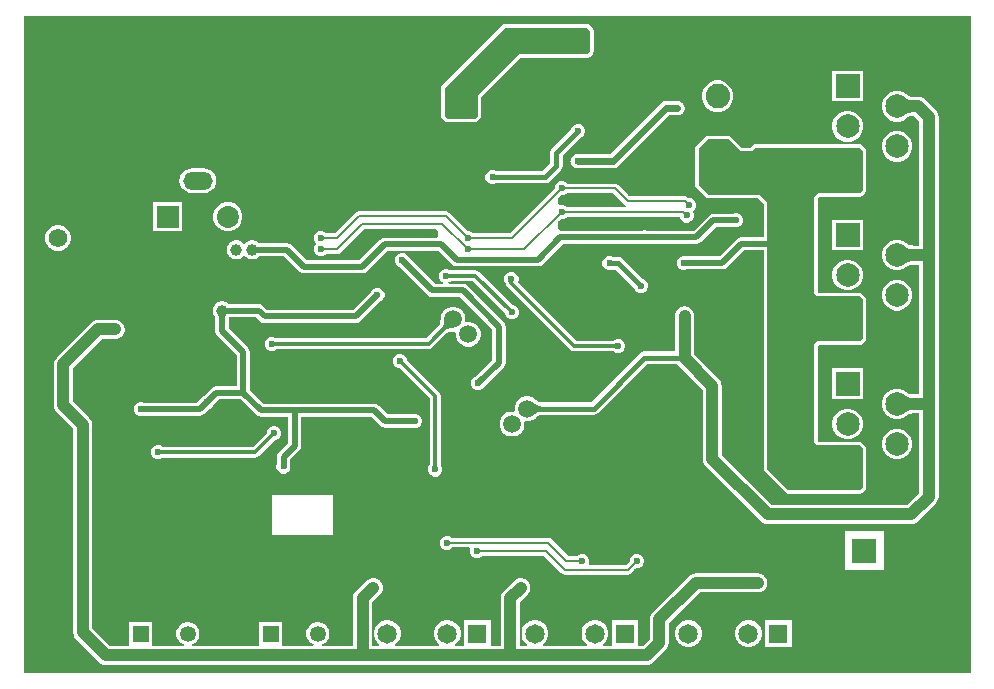
<source format=gbl>
G04*
G04 #@! TF.GenerationSoftware,Altium Limited,Altium Designer,23.11.1 (41)*
G04*
G04 Layer_Physical_Order=2*
G04 Layer_Color=16711680*
%FSAX44Y44*%
%MOMM*%
G71*
G04*
G04 #@! TF.SameCoordinates,9D00B8A6-494E-4DAA-AF83-715044521DEC*
G04*
G04*
G04 #@! TF.FilePolarity,Positive*
G04*
G01*
G75*
%ADD10C,0.3000*%
%ADD13C,0.2000*%
%ADD53C,1.0000*%
%ADD96C,1.7500*%
%ADD103C,0.5000*%
%ADD104C,0.6000*%
%ADD105C,0.4500*%
%ADD112O,2.5000X1.5000*%
%ADD113R,1.8600X1.8600*%
%ADD114C,1.8600*%
%ADD115C,1.9950*%
%ADD116R,1.9950X1.9950*%
%ADD117C,1.5750*%
%ADD118C,1.5000*%
%ADD119R,1.6500X1.6500*%
%ADD120C,1.6500*%
%ADD121C,1.3500*%
%ADD122R,1.3500X1.3500*%
%ADD123C,2.0850*%
%ADD124R,2.0850X2.0850*%
%ADD125C,2.1000*%
%ADD126R,2.1000X2.1000*%
%ADD127C,0.6000*%
%ADD128C,1.0000*%
G36*
X00809000Y00007000D02*
X00007000D01*
Y00563000D01*
X00809000D01*
Y00007000D01*
D02*
G37*
%LPC*%
G36*
X00484000Y00556059D02*
X00484000Y00556059D01*
X00414500D01*
X00414500Y00556059D01*
X00413330Y00555826D01*
X00412337Y00555163D01*
X00412337Y00555163D01*
X00361337Y00504163D01*
X00360674Y00503171D01*
X00360441Y00502000D01*
X00360441Y00502000D01*
Y00478500D01*
X00360674Y00477329D01*
X00361337Y00476337D01*
X00361337Y00476337D01*
X00363837Y00473837D01*
X00364829Y00473174D01*
X00366000Y00472941D01*
X00366000Y00472941D01*
X00389000D01*
X00389000Y00472941D01*
X00390171Y00473174D01*
X00391163Y00473837D01*
X00393663Y00476337D01*
X00394326Y00477329D01*
X00394559Y00478500D01*
X00394559Y00478500D01*
Y00494233D01*
X00427767Y00527441D01*
X00484000Y00527441D01*
X00485171Y00527674D01*
X00486163Y00528337D01*
X00486163Y00528337D01*
X00488663Y00530837D01*
X00489326Y00531829D01*
X00489559Y00533000D01*
X00489559Y00533000D01*
Y00550500D01*
X00489326Y00551671D01*
X00488663Y00552663D01*
X00488663Y00552663D01*
X00486163Y00555163D01*
X00485171Y00555826D01*
X00484000Y00556059D01*
D02*
G37*
G36*
X00717470Y00516475D02*
X00691520D01*
Y00490525D01*
X00717470D01*
Y00516475D01*
D02*
G37*
G36*
X00596267Y00508325D02*
X00592733D01*
X00589318Y00507410D01*
X00586257Y00505643D01*
X00583757Y00503143D01*
X00581990Y00500082D01*
X00581075Y00496667D01*
Y00493133D01*
X00581990Y00489718D01*
X00583757Y00486657D01*
X00586257Y00484157D01*
X00589318Y00482390D01*
X00592733Y00481475D01*
X00596267D01*
X00599682Y00482390D01*
X00602743Y00484157D01*
X00605243Y00486657D01*
X00607010Y00489718D01*
X00607925Y00493133D01*
Y00496667D01*
X00607010Y00500082D01*
X00605243Y00503143D01*
X00602743Y00505643D01*
X00599682Y00507410D01*
X00596267Y00508325D01*
D02*
G37*
G36*
X00604000Y00461559D02*
X00604000Y00461559D01*
X00586000Y00461559D01*
X00586000Y00461559D01*
X00584829Y00461326D01*
X00583837Y00460663D01*
X00576337Y00453163D01*
X00575674Y00452170D01*
X00575441Y00451000D01*
X00575441Y00451000D01*
X00575441Y00420000D01*
X00575441Y00420000D01*
X00575674Y00418829D01*
X00576337Y00417837D01*
X00584837Y00409337D01*
X00585830Y00408674D01*
X00587000Y00408441D01*
X00587000Y00408441D01*
X00628733D01*
X00633441Y00403733D01*
Y00375608D01*
X00614500D01*
X00612354Y00375181D01*
X00610535Y00373965D01*
X00596177Y00359608D01*
X00568140D01*
X00567193Y00360000D01*
X00564807D01*
X00562601Y00359087D01*
X00560914Y00357399D01*
X00560000Y00355193D01*
Y00352807D01*
X00560914Y00350601D01*
X00562601Y00348913D01*
X00564807Y00348000D01*
X00567193D01*
X00568140Y00348392D01*
X00598500D01*
X00600646Y00348819D01*
X00602465Y00350035D01*
X00616823Y00364392D01*
X00633441D01*
Y00179500D01*
X00633441Y00179500D01*
X00633674Y00178329D01*
X00634337Y00177337D01*
X00652337Y00159337D01*
X00653329Y00158674D01*
X00654500Y00158441D01*
X00654500Y00158441D01*
X00715000Y00158441D01*
X00715000Y00158441D01*
X00716171Y00158674D01*
X00717163Y00159337D01*
X00719663Y00161837D01*
X00720326Y00162829D01*
X00720559Y00164000D01*
X00720559Y00164000D01*
Y00197000D01*
X00720559Y00197000D01*
X00720326Y00198171D01*
X00719663Y00199163D01*
X00717163Y00201663D01*
X00716171Y00202326D01*
X00715000Y00202559D01*
X00715000Y00202559D01*
X00680267D01*
X00679559Y00203267D01*
Y00283733D01*
X00680267Y00284441D01*
X00715000D01*
X00715000Y00284441D01*
X00716171Y00284674D01*
X00717163Y00285337D01*
X00719663Y00287837D01*
X00720326Y00288829D01*
X00720559Y00290000D01*
X00720559Y00290000D01*
Y00323000D01*
X00720559Y00323000D01*
X00720326Y00324170D01*
X00719663Y00325163D01*
X00717163Y00327663D01*
X00716171Y00328326D01*
X00715000Y00328559D01*
X00715000Y00328559D01*
X00680267D01*
X00679559Y00329267D01*
Y00408733D01*
X00680767Y00409941D01*
X00715000D01*
X00715000Y00409941D01*
X00716171Y00410174D01*
X00717163Y00410837D01*
X00719663Y00413337D01*
X00720326Y00414329D01*
X00720559Y00415500D01*
X00720559Y00415500D01*
Y00449000D01*
X00720559Y00449000D01*
X00720326Y00450171D01*
X00719663Y00451163D01*
X00717163Y00453663D01*
X00716171Y00454326D01*
X00715000Y00454559D01*
X00715000Y00454559D01*
X00679000D01*
X00649502Y00454558D01*
X00649500Y00454559D01*
X00626500D01*
X00625330Y00454326D01*
X00624337Y00453663D01*
X00622233Y00451559D01*
X00615267D01*
X00606163Y00460663D01*
X00605171Y00461326D01*
X00604000Y00461559D01*
D02*
G37*
G36*
X00706203Y00482475D02*
X00702787D01*
X00699487Y00481591D01*
X00696528Y00479883D01*
X00694112Y00477467D01*
X00692404Y00474508D01*
X00691520Y00471208D01*
Y00467792D01*
X00692404Y00464492D01*
X00694112Y00461533D01*
X00696528Y00459117D01*
X00699487Y00457409D01*
X00702787Y00456525D01*
X00706203D01*
X00709503Y00457409D01*
X00712462Y00459117D01*
X00714878Y00461533D01*
X00716586Y00464492D01*
X00717470Y00467792D01*
Y00471208D01*
X00716586Y00474508D01*
X00714878Y00477467D01*
X00712462Y00479883D01*
X00709503Y00481591D01*
X00706203Y00482475D01*
D02*
G37*
G36*
X00748113Y00465475D02*
X00744697D01*
X00741397Y00464591D01*
X00738438Y00462883D01*
X00736022Y00460467D01*
X00734314Y00457508D01*
X00733430Y00454208D01*
Y00450792D01*
X00734314Y00447492D01*
X00736022Y00444533D01*
X00738438Y00442117D01*
X00741397Y00440409D01*
X00744697Y00439525D01*
X00748113D01*
X00751413Y00440409D01*
X00754372Y00442117D01*
X00756788Y00444533D01*
X00758496Y00447492D01*
X00759380Y00450792D01*
Y00454208D01*
X00758496Y00457508D01*
X00756788Y00460467D01*
X00754372Y00462883D01*
X00751413Y00464591D01*
X00748113Y00465475D01*
D02*
G37*
G36*
X00560500Y00491118D02*
X00551000D01*
X00548659Y00490652D01*
X00546674Y00489326D01*
X00503466Y00446118D01*
X00476000D01*
X00475409Y00446000D01*
X00474807D01*
X00474250Y00445769D01*
X00473659Y00445652D01*
X00473158Y00445317D01*
X00472601Y00445087D01*
X00472175Y00444660D01*
X00471674Y00444326D01*
X00471339Y00443825D01*
X00470913Y00443399D01*
X00470683Y00442842D01*
X00470348Y00442341D01*
X00470231Y00441750D01*
X00470000Y00441194D01*
Y00440591D01*
X00469882Y00440000D01*
X00470000Y00439409D01*
Y00438806D01*
X00470231Y00438250D01*
X00470348Y00437659D01*
X00470683Y00437158D01*
X00470913Y00436601D01*
X00471339Y00436175D01*
X00471674Y00435674D01*
X00472175Y00435340D01*
X00472601Y00434913D01*
X00473158Y00434683D01*
X00473659Y00434348D01*
X00474250Y00434231D01*
X00474807Y00434000D01*
X00475409D01*
X00476000Y00433882D01*
X00506000D01*
X00508341Y00434348D01*
X00510326Y00435674D01*
X00553534Y00478882D01*
X00560500D01*
X00561091Y00479000D01*
X00561693D01*
X00562250Y00479231D01*
X00562841Y00479348D01*
X00563342Y00479683D01*
X00563899Y00479913D01*
X00564325Y00480340D01*
X00564826Y00480674D01*
X00565160Y00481175D01*
X00565587Y00481601D01*
X00565817Y00482158D01*
X00566152Y00482659D01*
X00566269Y00483250D01*
X00566500Y00483806D01*
Y00484409D01*
X00566618Y00485000D01*
X00566500Y00485591D01*
Y00486194D01*
X00566269Y00486750D01*
X00566152Y00487341D01*
X00565817Y00487842D01*
X00565587Y00488399D01*
X00565160Y00488825D01*
X00564826Y00489326D01*
X00564325Y00489660D01*
X00563899Y00490087D01*
X00563342Y00490317D01*
X00562841Y00490652D01*
X00562250Y00490769D01*
X00561693Y00491000D01*
X00561091D01*
X00560500Y00491118D01*
D02*
G37*
G36*
X00477693Y00471500D02*
X00475307D01*
X00473101Y00470587D01*
X00471413Y00468899D01*
X00470766Y00467336D01*
X00454215Y00450785D01*
X00453055Y00449048D01*
X00452647Y00447000D01*
Y00438217D01*
X00446283Y00431853D01*
X00406756D01*
X00405193Y00432500D01*
X00402807D01*
X00400601Y00431587D01*
X00398913Y00429899D01*
X00398000Y00427693D01*
Y00425307D01*
X00398913Y00423101D01*
X00400601Y00421413D01*
X00402807Y00420500D01*
X00405193D01*
X00406756Y00421147D01*
X00448500D01*
X00450548Y00421555D01*
X00452285Y00422715D01*
X00461785Y00432215D01*
X00462945Y00433952D01*
X00463353Y00436000D01*
Y00444783D01*
X00478336Y00459766D01*
X00479899Y00460414D01*
X00481587Y00462101D01*
X00482500Y00464306D01*
Y00466693D01*
X00481587Y00468899D01*
X00479899Y00470587D01*
X00477693Y00471500D01*
D02*
G37*
G36*
X00159500Y00434091D02*
X00149500D01*
X00146759Y00433730D01*
X00144205Y00432672D01*
X00142011Y00430989D01*
X00140328Y00428795D01*
X00139270Y00426241D01*
X00138909Y00423500D01*
X00139270Y00420759D01*
X00140328Y00418205D01*
X00142011Y00416011D01*
X00144205Y00414328D01*
X00146759Y00413270D01*
X00149500Y00412909D01*
X00159500D01*
X00162241Y00413270D01*
X00164795Y00414328D01*
X00166989Y00416011D01*
X00168672Y00418205D01*
X00169730Y00420759D01*
X00170091Y00423500D01*
X00169730Y00426241D01*
X00168672Y00428795D01*
X00166989Y00430989D01*
X00164795Y00432672D01*
X00162241Y00433730D01*
X00159500Y00434091D01*
D02*
G37*
G36*
X00181519Y00405300D02*
X00178281D01*
X00175152Y00404462D01*
X00172348Y00402842D01*
X00170058Y00400552D01*
X00168438Y00397748D01*
X00167600Y00394619D01*
Y00391381D01*
X00168438Y00388252D01*
X00170058Y00385448D01*
X00172348Y00383158D01*
X00175152Y00381538D01*
X00178281Y00380700D01*
X00181519D01*
X00184648Y00381538D01*
X00187452Y00383158D01*
X00189742Y00385448D01*
X00191362Y00388252D01*
X00192200Y00391381D01*
Y00394619D01*
X00191362Y00397748D01*
X00189742Y00400552D01*
X00187452Y00402842D01*
X00184648Y00404462D01*
X00181519Y00405300D01*
D02*
G37*
G36*
X00141400D02*
X00116800D01*
Y00380700D01*
X00141400D01*
Y00405300D01*
D02*
G37*
G36*
X00463694Y00423000D02*
X00461306D01*
X00459101Y00422087D01*
X00457413Y00420399D01*
X00456500Y00418194D01*
Y00416768D01*
X00418811Y00379078D01*
X00387407D01*
X00386399Y00380087D01*
X00384193Y00381000D01*
X00382768D01*
X00367384Y00396384D01*
X00366061Y00397268D01*
X00364500Y00397578D01*
X00364500Y00397578D01*
X00290500D01*
X00290500Y00397578D01*
X00288939Y00397268D01*
X00287616Y00396384D01*
X00287616Y00396384D01*
X00270311Y00379078D01*
X00262907D01*
X00261899Y00380087D01*
X00259694Y00381000D01*
X00257306D01*
X00255101Y00380087D01*
X00253413Y00378399D01*
X00252500Y00376194D01*
Y00373806D01*
X00253413Y00371601D01*
X00254765Y00370250D01*
X00253413Y00368899D01*
X00252500Y00366693D01*
Y00364306D01*
X00253413Y00362101D01*
X00255101Y00360414D01*
X00257306Y00359500D01*
X00259694D01*
X00261899Y00360414D01*
X00262907Y00361422D01*
X00272000D01*
X00272000Y00361422D01*
X00273561Y00361732D01*
X00274884Y00362616D01*
X00295189Y00382922D01*
X00356078D01*
X00358000Y00381000D01*
Y00377000D01*
X00356108Y00375108D01*
X00312500D01*
X00310354Y00374681D01*
X00308535Y00373465D01*
X00291177Y00356108D01*
X00246823D01*
X00233965Y00368965D01*
X00232146Y00370181D01*
X00230000Y00370608D01*
X00206206D01*
X00205412Y00371402D01*
X00203588Y00372455D01*
X00201553Y00373000D01*
X00199447D01*
X00197412Y00372455D01*
X00195588Y00371402D01*
X00194586Y00370400D01*
X00193750Y00370056D01*
X00192914Y00370400D01*
X00191912Y00371402D01*
X00190088Y00372455D01*
X00188053Y00373000D01*
X00185947D01*
X00183912Y00372455D01*
X00182088Y00371402D01*
X00180598Y00369912D01*
X00179545Y00368088D01*
X00179000Y00366053D01*
Y00363947D01*
X00179545Y00361912D01*
X00180598Y00360088D01*
X00182088Y00358598D01*
X00183912Y00357545D01*
X00185947Y00357000D01*
X00188053D01*
X00190088Y00357545D01*
X00191912Y00358598D01*
X00192914Y00359600D01*
X00193750Y00359944D01*
X00194586Y00359600D01*
X00195588Y00358598D01*
X00197412Y00357545D01*
X00199447Y00357000D01*
X00201553D01*
X00203588Y00357545D01*
X00205412Y00358598D01*
X00206206Y00359392D01*
X00227677D01*
X00240535Y00346535D01*
X00242354Y00345319D01*
X00244500Y00344892D01*
X00293500D01*
X00295646Y00345319D01*
X00297465Y00346535D01*
X00314823Y00363892D01*
X00358177D01*
X00369535Y00352535D01*
X00371354Y00351319D01*
X00373500Y00350892D01*
X00442500D01*
X00444646Y00351319D01*
X00446465Y00352535D01*
X00463823Y00369892D01*
X00530859D01*
X00531806Y00369500D01*
X00534193D01*
X00535140Y00369892D01*
X00576500D01*
X00578646Y00370319D01*
X00580465Y00371535D01*
X00593323Y00384392D01*
X00607859D01*
X00608806Y00384000D01*
X00611194D01*
X00613399Y00384913D01*
X00615087Y00386601D01*
X00616000Y00388806D01*
Y00391194D01*
X00615087Y00393399D01*
X00613399Y00395087D01*
X00611194Y00396000D01*
X00608806D01*
X00607859Y00395608D01*
X00591000D01*
X00588854Y00395181D01*
X00587035Y00393965D01*
X00574177Y00381108D01*
X00535140D01*
X00534193Y00381500D01*
X00531806D01*
X00530859Y00381108D01*
X00461500D01*
X00459000Y00383608D01*
Y00387732D01*
X00462268Y00391000D01*
X00463694D01*
X00465899Y00391913D01*
X00466907Y00392922D01*
X00562500D01*
Y00392807D01*
X00563414Y00390601D01*
X00565101Y00388913D01*
X00567307Y00388000D01*
X00569693D01*
X00571899Y00388913D01*
X00573587Y00390601D01*
X00574500Y00392807D01*
Y00395193D01*
X00573627Y00397301D01*
X00573899Y00397413D01*
X00575587Y00399101D01*
X00576500Y00401306D01*
Y00403694D01*
X00575587Y00405899D01*
X00573899Y00407587D01*
X00571693Y00408500D01*
X00570268D01*
X00569884Y00408884D01*
X00568561Y00409768D01*
X00567000Y00410078D01*
X00567000Y00410078D01*
X00520189D01*
X00510384Y00419884D01*
X00509061Y00420768D01*
X00507500Y00421078D01*
X00507500Y00421078D01*
X00466907D01*
X00465899Y00422087D01*
X00463694Y00423000D01*
D02*
G37*
G36*
X00748113Y00499475D02*
X00744697D01*
X00741397Y00498591D01*
X00738438Y00496883D01*
X00736022Y00494467D01*
X00734314Y00491508D01*
X00733430Y00488208D01*
Y00484792D01*
X00734314Y00481492D01*
X00736022Y00478533D01*
X00738438Y00476117D01*
X00741397Y00474409D01*
X00744697Y00473525D01*
X00748113D01*
X00751413Y00474409D01*
X00754372Y00476117D01*
X00755378Y00477124D01*
X00755558Y00477229D01*
X00755835Y00477474D01*
X00756022Y00477602D01*
X00756301Y00477747D01*
X00756680Y00477900D01*
X00757160Y00478046D01*
X00757743Y00478179D01*
X00758386Y00478283D01*
X00760101Y00478424D01*
X00760493Y00478431D01*
X00761158D01*
X00765431Y00474158D01*
Y00368569D01*
X00760861D01*
X00759217Y00368632D01*
X00758473Y00368711D01*
X00757793Y00368821D01*
X00757210Y00368954D01*
X00756730Y00369100D01*
X00756351Y00369253D01*
X00756072Y00369398D01*
X00755885Y00369526D01*
X00755608Y00369771D01*
X00755428Y00369876D01*
X00754422Y00370883D01*
X00751463Y00372591D01*
X00748163Y00373475D01*
X00744747D01*
X00741447Y00372591D01*
X00738488Y00370883D01*
X00736072Y00368467D01*
X00734364Y00365508D01*
X00733480Y00362208D01*
Y00358792D01*
X00734364Y00355492D01*
X00736072Y00352533D01*
X00738488Y00350117D01*
X00741447Y00348409D01*
X00744747Y00347525D01*
X00748163D01*
X00751463Y00348409D01*
X00754422Y00350117D01*
X00755428Y00351124D01*
X00755608Y00351229D01*
X00755885Y00351474D01*
X00756072Y00351601D01*
X00756351Y00351747D01*
X00756730Y00351899D01*
X00757210Y00352046D01*
X00757793Y00352179D01*
X00758436Y00352283D01*
X00760151Y00352424D01*
X00760544Y00352431D01*
X00765431D01*
Y00242569D01*
X00760861D01*
X00759217Y00242632D01*
X00758473Y00242711D01*
X00757793Y00242821D01*
X00757210Y00242953D01*
X00756730Y00243100D01*
X00756351Y00243253D01*
X00756072Y00243398D01*
X00755885Y00243526D01*
X00755608Y00243771D01*
X00755428Y00243876D01*
X00754422Y00244883D01*
X00751463Y00246591D01*
X00748163Y00247475D01*
X00744747D01*
X00741447Y00246591D01*
X00738488Y00244883D01*
X00736072Y00242467D01*
X00734364Y00239508D01*
X00733480Y00236208D01*
Y00232792D01*
X00734364Y00229492D01*
X00736072Y00226533D01*
X00738488Y00224117D01*
X00741447Y00222409D01*
X00744747Y00221525D01*
X00748163D01*
X00751463Y00222409D01*
X00754422Y00224117D01*
X00755428Y00225124D01*
X00755608Y00225229D01*
X00755885Y00225474D01*
X00756072Y00225602D01*
X00756351Y00225747D01*
X00756730Y00225900D01*
X00757210Y00226046D01*
X00757793Y00226179D01*
X00758436Y00226283D01*
X00760151Y00226424D01*
X00760544Y00226431D01*
X00765431D01*
Y00159342D01*
X00755158Y00149069D01*
X00640342D01*
X00598069Y00191342D01*
Y00250000D01*
X00597794Y00252088D01*
X00596988Y00254035D01*
X00595706Y00255706D01*
X00574569Y00276842D01*
Y00309000D01*
X00574500Y00309524D01*
Y00310053D01*
X00574363Y00310564D01*
X00574294Y00311088D01*
X00574092Y00311577D01*
X00573955Y00312088D01*
X00573690Y00312546D01*
X00573488Y00313034D01*
X00573166Y00313454D01*
X00572902Y00313912D01*
X00572528Y00314286D01*
X00572206Y00314706D01*
X00571786Y00315028D01*
X00571412Y00315402D01*
X00570954Y00315666D01*
X00570535Y00315988D01*
X00570046Y00316190D01*
X00569588Y00316455D01*
X00569077Y00316592D01*
X00568588Y00316794D01*
X00568064Y00316863D01*
X00567553Y00317000D01*
X00567024D01*
X00566500Y00317069D01*
X00565976Y00317000D01*
X00565447D01*
X00564936Y00316863D01*
X00564412Y00316794D01*
X00563923Y00316592D01*
X00563412Y00316455D01*
X00562954Y00316190D01*
X00562466Y00315988D01*
X00562046Y00315666D01*
X00561588Y00315402D01*
X00561214Y00315028D01*
X00560794Y00314706D01*
X00560472Y00314286D01*
X00560098Y00313912D01*
X00559834Y00313454D01*
X00559512Y00313034D01*
X00559310Y00312546D01*
X00559045Y00312088D01*
X00558908Y00311577D01*
X00558706Y00311088D01*
X00558637Y00310564D01*
X00558500Y00310053D01*
Y00309524D01*
X00558431Y00309000D01*
Y00278853D01*
X00532500D01*
X00530452Y00278445D01*
X00528715Y00277285D01*
X00487283Y00235853D01*
X00444292D01*
X00444080Y00235882D01*
X00443698Y00235970D01*
X00443312Y00236096D01*
X00442916Y00236264D01*
X00442508Y00236480D01*
X00442086Y00236746D01*
X00441650Y00237069D01*
X00441201Y00237450D01*
X00440677Y00237954D01*
X00440449Y00238100D01*
X00439647Y00238902D01*
X00437253Y00240284D01*
X00434582Y00241000D01*
X00431818D01*
X00429147Y00240284D01*
X00426753Y00238902D01*
X00424798Y00236947D01*
X00423416Y00234553D01*
X00422700Y00231882D01*
Y00229118D01*
X00422756Y00228908D01*
X00421685Y00228000D01*
X00419118D01*
X00416447Y00227284D01*
X00414053Y00225902D01*
X00412098Y00223947D01*
X00410716Y00221553D01*
X00410000Y00218882D01*
Y00216118D01*
X00410716Y00213447D01*
X00412098Y00211053D01*
X00414053Y00209098D01*
X00416447Y00207716D01*
X00419118Y00207000D01*
X00421882D01*
X00424553Y00207716D01*
X00426947Y00209098D01*
X00428902Y00211053D01*
X00430284Y00213447D01*
X00431000Y00216118D01*
Y00218882D01*
X00430944Y00219092D01*
X00432015Y00220000D01*
X00434582D01*
X00437253Y00220716D01*
X00439647Y00222098D01*
X00440449Y00222900D01*
X00440677Y00223046D01*
X00441201Y00223550D01*
X00441650Y00223931D01*
X00442086Y00224254D01*
X00442508Y00224520D01*
X00442916Y00224735D01*
X00443312Y00224904D01*
X00443698Y00225030D01*
X00444080Y00225118D01*
X00444292Y00225147D01*
X00489500D01*
X00491548Y00225555D01*
X00493285Y00226715D01*
X00534717Y00268147D01*
X00560524D01*
X00560794Y00267794D01*
X00581931Y00246658D01*
Y00188000D01*
X00582206Y00185912D01*
X00583012Y00183965D01*
X00584294Y00182294D01*
X00631294Y00135294D01*
X00632966Y00134012D01*
X00634912Y00133206D01*
X00637000Y00132931D01*
X00758500D01*
X00760588Y00133206D01*
X00762534Y00134012D01*
X00764206Y00135294D01*
X00779206Y00150294D01*
X00780488Y00151966D01*
X00781294Y00153912D01*
X00781569Y00156000D01*
Y00234500D01*
Y00360500D01*
Y00477500D01*
X00781294Y00479588D01*
X00780488Y00481535D01*
X00779206Y00483206D01*
X00770206Y00492206D01*
X00768535Y00493488D01*
X00766589Y00494294D01*
X00764500Y00494569D01*
X00760811D01*
X00759167Y00494632D01*
X00758423Y00494711D01*
X00757743Y00494821D01*
X00757160Y00494953D01*
X00756680Y00495101D01*
X00756301Y00495253D01*
X00756022Y00495398D01*
X00755835Y00495526D01*
X00755558Y00495771D01*
X00755378Y00495876D01*
X00754372Y00496883D01*
X00751413Y00498591D01*
X00748113Y00499475D01*
D02*
G37*
G36*
X00717520Y00390475D02*
X00691570D01*
Y00364525D01*
X00717520D01*
Y00390475D01*
D02*
G37*
G36*
X00037432Y00385875D02*
X00034568D01*
X00031802Y00385134D01*
X00029323Y00383702D01*
X00027298Y00381677D01*
X00025866Y00379198D01*
X00025125Y00376432D01*
Y00373568D01*
X00025866Y00370802D01*
X00027298Y00368323D01*
X00029323Y00366298D01*
X00031802Y00364866D01*
X00034568Y00364125D01*
X00037432D01*
X00040198Y00364866D01*
X00042677Y00366298D01*
X00044702Y00368323D01*
X00046134Y00370802D01*
X00046875Y00373568D01*
Y00376432D01*
X00046134Y00379198D01*
X00044702Y00381677D01*
X00042677Y00383702D01*
X00040198Y00385134D01*
X00037432Y00385875D01*
D02*
G37*
G36*
X00706253Y00356475D02*
X00702837D01*
X00699537Y00355591D01*
X00696578Y00353883D01*
X00694162Y00351467D01*
X00692454Y00348508D01*
X00691570Y00345208D01*
Y00341792D01*
X00692454Y00338492D01*
X00694162Y00335533D01*
X00696578Y00333117D01*
X00699537Y00331409D01*
X00702837Y00330525D01*
X00706253D01*
X00709553Y00331409D01*
X00712512Y00333117D01*
X00714928Y00335533D01*
X00716636Y00338492D01*
X00717520Y00341792D01*
Y00345208D01*
X00716636Y00348508D01*
X00714928Y00351467D01*
X00712512Y00353883D01*
X00709553Y00355591D01*
X00706253Y00356475D01*
D02*
G37*
G36*
X00504193Y00359500D02*
X00501806D01*
X00499601Y00358587D01*
X00497914Y00356899D01*
X00497000Y00354693D01*
Y00352307D01*
X00497914Y00350101D01*
X00499601Y00348414D01*
X00501806Y00347500D01*
X00504193D01*
X00505756Y00348147D01*
X00508283D01*
X00523766Y00332664D01*
X00524413Y00331101D01*
X00526101Y00329413D01*
X00528307Y00328500D01*
X00530694D01*
X00532899Y00329413D01*
X00534587Y00331101D01*
X00535500Y00333307D01*
Y00335694D01*
X00534587Y00337899D01*
X00532899Y00339586D01*
X00531336Y00340234D01*
X00514285Y00357285D01*
X00512548Y00358445D01*
X00510500Y00358853D01*
X00505756D01*
X00504193Y00359500D01*
D02*
G37*
G36*
X00307694Y00333000D02*
X00305306D01*
X00303101Y00332087D01*
X00301413Y00330399D01*
X00301021Y00329452D01*
X00285677Y00314108D01*
X00213323D01*
X00209965Y00317465D01*
X00208146Y00318681D01*
X00206000Y00319108D01*
X00180706D01*
X00179912Y00319902D01*
X00178088Y00320955D01*
X00176053Y00321500D01*
X00173947D01*
X00171912Y00320955D01*
X00170088Y00319902D01*
X00168598Y00318412D01*
X00167545Y00316588D01*
X00167000Y00314553D01*
Y00312447D01*
X00167545Y00310412D01*
X00168598Y00308588D01*
X00169392Y00307794D01*
Y00296000D01*
X00169819Y00293854D01*
X00171035Y00292035D01*
X00187392Y00275677D01*
Y00249608D01*
X00170000D01*
X00167854Y00249181D01*
X00166035Y00247965D01*
X00159548Y00241479D01*
X00158601Y00241087D01*
X00156913Y00239399D01*
X00156521Y00238452D01*
X00153677Y00235608D01*
X00108640D01*
X00107694Y00236000D01*
X00105307D01*
X00103101Y00235087D01*
X00101413Y00233399D01*
X00100500Y00231194D01*
Y00228806D01*
X00101413Y00226601D01*
X00103101Y00224913D01*
X00105307Y00224000D01*
X00107694D01*
X00108640Y00224392D01*
X00156000D01*
X00158146Y00224819D01*
X00159965Y00226035D01*
X00164452Y00230521D01*
X00165399Y00230914D01*
X00167087Y00232601D01*
X00167479Y00233548D01*
X00172323Y00238392D01*
X00190677D01*
X00204035Y00225035D01*
X00205854Y00223819D01*
X00208000Y00223392D01*
X00230892D01*
Y00201323D01*
X00223035Y00193465D01*
X00221819Y00191646D01*
X00221392Y00189500D01*
Y00183640D01*
X00221000Y00182694D01*
Y00180306D01*
X00221914Y00178101D01*
X00223601Y00176413D01*
X00225807Y00175500D01*
X00228193D01*
X00230399Y00176413D01*
X00232087Y00178101D01*
X00233000Y00180306D01*
Y00182694D01*
X00232608Y00183640D01*
Y00187177D01*
X00240465Y00195035D01*
X00241681Y00196854D01*
X00242108Y00199000D01*
Y00223392D01*
X00301677D01*
X00309035Y00216035D01*
X00310854Y00214819D01*
X00313000Y00214392D01*
X00335860D01*
X00336806Y00214000D01*
X00339193D01*
X00341399Y00214913D01*
X00343087Y00216601D01*
X00344000Y00218806D01*
Y00221194D01*
X00343087Y00223399D01*
X00341399Y00225086D01*
X00339193Y00226000D01*
X00336806D01*
X00335860Y00225608D01*
X00315323D01*
X00307965Y00232965D01*
X00306146Y00234181D01*
X00304000Y00234608D01*
X00210323D01*
X00198608Y00246323D01*
Y00278000D01*
X00198181Y00280146D01*
X00196965Y00281965D01*
X00180608Y00298323D01*
Y00307794D01*
X00180706Y00307892D01*
X00203677D01*
X00207035Y00304535D01*
X00208854Y00303319D01*
X00211000Y00302892D01*
X00288000D01*
X00290146Y00303319D01*
X00291965Y00304535D01*
X00308952Y00321521D01*
X00309899Y00321913D01*
X00311586Y00323601D01*
X00312500Y00325807D01*
Y00328194D01*
X00311586Y00330399D01*
X00309899Y00332087D01*
X00307694Y00333000D01*
D02*
G37*
G36*
X00748163Y00339475D02*
X00744747D01*
X00741447Y00338591D01*
X00738488Y00336883D01*
X00736072Y00334467D01*
X00734364Y00331508D01*
X00733480Y00328208D01*
Y00324792D01*
X00734364Y00321492D01*
X00736072Y00318533D01*
X00738488Y00316117D01*
X00741447Y00314409D01*
X00744747Y00313525D01*
X00748163D01*
X00751463Y00314409D01*
X00754422Y00316117D01*
X00756838Y00318533D01*
X00758546Y00321492D01*
X00759430Y00324792D01*
Y00328208D01*
X00758546Y00331508D01*
X00756838Y00334467D01*
X00754422Y00336883D01*
X00751463Y00338591D01*
X00748163Y00339475D01*
D02*
G37*
G36*
X00328694Y00362000D02*
X00326306D01*
X00324101Y00361087D01*
X00322413Y00359399D01*
X00321500Y00357193D01*
Y00354807D01*
X00322413Y00352601D01*
X00324101Y00350913D01*
X00325048Y00350521D01*
X00349035Y00326535D01*
X00350854Y00325319D01*
X00353000Y00324892D01*
X00376677D01*
X00403892Y00297677D01*
Y00271823D01*
X00389548Y00257479D01*
X00388601Y00257087D01*
X00386913Y00255399D01*
X00386000Y00253193D01*
Y00250807D01*
X00386913Y00248601D01*
X00388601Y00246914D01*
X00390807Y00246000D01*
X00393193D01*
X00395399Y00246914D01*
X00397086Y00248601D01*
X00397479Y00249548D01*
X00413465Y00265535D01*
X00414681Y00267354D01*
X00415108Y00269500D01*
Y00300000D01*
X00414681Y00302146D01*
X00413465Y00303965D01*
X00382965Y00334465D01*
X00381146Y00335681D01*
X00379000Y00336108D01*
X00366858D01*
X00366605Y00337378D01*
X00367899Y00337913D01*
X00368397Y00338412D01*
X00387599D01*
X00414500Y00311511D01*
Y00310807D01*
X00415414Y00308601D01*
X00417101Y00306913D01*
X00419307Y00306000D01*
X00421693D01*
X00423899Y00306913D01*
X00425587Y00308601D01*
X00426500Y00310807D01*
Y00313193D01*
X00425587Y00315399D01*
X00423899Y00317087D01*
X00421693Y00318000D01*
X00420989D01*
X00392744Y00346244D01*
X00391256Y00347239D01*
X00389500Y00347588D01*
X00368397D01*
X00367899Y00348087D01*
X00365694Y00349000D01*
X00363307D01*
X00361101Y00348087D01*
X00359413Y00346399D01*
X00358500Y00344193D01*
Y00341806D01*
X00359413Y00339601D01*
X00361101Y00337913D01*
X00362395Y00337378D01*
X00362142Y00336108D01*
X00355323D01*
X00332979Y00358452D01*
X00332587Y00359399D01*
X00330899Y00361087D01*
X00328694Y00362000D01*
D02*
G37*
G36*
X00371882Y00316700D02*
X00369118D01*
X00366447Y00315984D01*
X00364053Y00314602D01*
X00362098Y00312647D01*
X00360716Y00310253D01*
X00360000Y00307582D01*
Y00306466D01*
X00359943Y00306219D01*
X00359886Y00304360D01*
X00359814Y00303669D01*
X00359711Y00303032D01*
X00359586Y00302484D01*
X00359445Y00302029D01*
X00359296Y00301665D01*
X00359150Y00301387D01*
X00359047Y00301236D01*
X00347900Y00290088D01*
X00220897D01*
X00220399Y00290586D01*
X00218193Y00291500D01*
X00215807D01*
X00213601Y00290586D01*
X00211913Y00288899D01*
X00211000Y00286693D01*
Y00284307D01*
X00211913Y00282101D01*
X00213601Y00280413D01*
X00215807Y00279500D01*
X00218193D01*
X00220399Y00280413D01*
X00220897Y00280912D01*
X00349800D01*
X00351556Y00281261D01*
X00353044Y00282256D01*
X00365536Y00294747D01*
X00365687Y00294850D01*
X00365965Y00294996D01*
X00366329Y00295145D01*
X00366785Y00295286D01*
X00367332Y00295411D01*
X00367930Y00295508D01*
X00369541Y00295633D01*
X00370455Y00295642D01*
X00370733Y00295700D01*
X00371882D01*
X00372092Y00295756D01*
X00373000Y00294685D01*
Y00292118D01*
X00373716Y00289447D01*
X00375098Y00287053D01*
X00377053Y00285098D01*
X00379447Y00283716D01*
X00382118Y00283000D01*
X00384882D01*
X00387553Y00283716D01*
X00389947Y00285098D01*
X00391902Y00287053D01*
X00393284Y00289447D01*
X00394000Y00292118D01*
Y00294882D01*
X00393284Y00297553D01*
X00391902Y00299947D01*
X00389947Y00301902D01*
X00387553Y00303284D01*
X00384882Y00304000D01*
X00382118D01*
X00381908Y00303944D01*
X00381000Y00305015D01*
Y00307582D01*
X00380284Y00310253D01*
X00378902Y00312647D01*
X00376947Y00314602D01*
X00374553Y00315984D01*
X00371882Y00316700D01*
D02*
G37*
G36*
X00421194Y00346500D02*
X00418806D01*
X00416601Y00345587D01*
X00414913Y00343899D01*
X00414000Y00341693D01*
Y00339306D01*
X00414913Y00337101D01*
X00415412Y00336603D01*
Y00336500D01*
X00415761Y00334744D01*
X00416756Y00333256D01*
X00469756Y00280256D01*
X00471244Y00279261D01*
X00473000Y00278912D01*
X00506603D01*
X00507101Y00278413D01*
X00509307Y00277500D01*
X00511693D01*
X00513899Y00278413D01*
X00515587Y00280101D01*
X00516500Y00282306D01*
Y00284694D01*
X00515587Y00286899D01*
X00513899Y00288587D01*
X00511693Y00289500D01*
X00509307D01*
X00507101Y00288587D01*
X00506603Y00288088D01*
X00474901D01*
X00425321Y00337668D01*
X00426000Y00339306D01*
Y00341693D01*
X00425087Y00343899D01*
X00423399Y00345587D01*
X00421194Y00346500D01*
D02*
G37*
G36*
X00717520Y00264475D02*
X00691570D01*
Y00238525D01*
X00717520D01*
Y00264475D01*
D02*
G37*
G36*
X00706253Y00230475D02*
X00702837D01*
X00699537Y00229591D01*
X00696578Y00227883D01*
X00694162Y00225467D01*
X00692454Y00222508D01*
X00691570Y00219208D01*
Y00215792D01*
X00692454Y00212492D01*
X00694162Y00209533D01*
X00696578Y00207117D01*
X00699537Y00205409D01*
X00702837Y00204525D01*
X00706253D01*
X00709553Y00205409D01*
X00712512Y00207117D01*
X00714928Y00209533D01*
X00716636Y00212492D01*
X00717520Y00215792D01*
Y00219208D01*
X00716636Y00222508D01*
X00714928Y00225467D01*
X00712512Y00227883D01*
X00709553Y00229591D01*
X00706253Y00230475D01*
D02*
G37*
G36*
X00220194Y00215500D02*
X00217806D01*
X00215601Y00214587D01*
X00213913Y00212899D01*
X00213000Y00210693D01*
Y00209989D01*
X00201099Y00198088D01*
X00124897D01*
X00124399Y00198587D01*
X00122193Y00199500D01*
X00119806D01*
X00117601Y00198587D01*
X00115913Y00196899D01*
X00115000Y00194694D01*
Y00192306D01*
X00115913Y00190101D01*
X00117601Y00188413D01*
X00119806Y00187500D01*
X00122193D01*
X00124399Y00188413D01*
X00124897Y00188912D01*
X00203000D01*
X00204756Y00189261D01*
X00206244Y00190256D01*
X00219489Y00203500D01*
X00220194D01*
X00222399Y00204413D01*
X00224086Y00206101D01*
X00225000Y00208307D01*
Y00210693D01*
X00224086Y00212899D01*
X00222399Y00214587D01*
X00220194Y00215500D01*
D02*
G37*
G36*
X00748163Y00213475D02*
X00744747D01*
X00741447Y00212591D01*
X00738488Y00210883D01*
X00736072Y00208467D01*
X00734364Y00205508D01*
X00733480Y00202208D01*
Y00198792D01*
X00734364Y00195492D01*
X00736072Y00192533D01*
X00738488Y00190117D01*
X00741447Y00188409D01*
X00744747Y00187525D01*
X00748163D01*
X00751463Y00188409D01*
X00754422Y00190117D01*
X00756838Y00192533D01*
X00758546Y00195492D01*
X00759430Y00198792D01*
Y00202208D01*
X00758546Y00205508D01*
X00756838Y00208467D01*
X00754422Y00210883D01*
X00751463Y00212591D01*
X00748163Y00213475D01*
D02*
G37*
G36*
X00326693Y00277000D02*
X00324306D01*
X00322101Y00276087D01*
X00320414Y00274399D01*
X00319500Y00272194D01*
Y00269806D01*
X00320414Y00267601D01*
X00322101Y00265913D01*
X00324306Y00265000D01*
X00325011D01*
X00350912Y00239100D01*
Y00182897D01*
X00350413Y00182399D01*
X00349500Y00180194D01*
Y00177806D01*
X00350413Y00175601D01*
X00352101Y00173913D01*
X00354306Y00173000D01*
X00356693D01*
X00358899Y00173913D01*
X00360587Y00175601D01*
X00361500Y00177806D01*
Y00180194D01*
X00360587Y00182399D01*
X00360088Y00182897D01*
Y00241000D01*
X00359739Y00242756D01*
X00358744Y00244244D01*
X00331500Y00271489D01*
Y00272194D01*
X00330587Y00274399D01*
X00328899Y00276087D01*
X00326693Y00277000D01*
D02*
G37*
G36*
X00269000Y00157500D02*
X00217000D01*
Y00123500D01*
X00269000D01*
Y00157500D01*
D02*
G37*
G36*
X00735000Y00126500D02*
X00702000D01*
Y00093500D01*
X00735000D01*
Y00126500D01*
D02*
G37*
G36*
X00366693Y00123000D02*
X00364306D01*
X00362101Y00122086D01*
X00360413Y00120399D01*
X00359500Y00118194D01*
Y00115807D01*
X00360413Y00113601D01*
X00362101Y00111913D01*
X00364306Y00111000D01*
X00366693D01*
X00368899Y00111913D01*
X00369907Y00112922D01*
X00384073D01*
X00384779Y00111866D01*
X00384500Y00111193D01*
Y00108806D01*
X00385414Y00106601D01*
X00387101Y00104913D01*
X00389307Y00104000D01*
X00391693D01*
X00393899Y00104913D01*
X00394907Y00105922D01*
X00447311D01*
X00462116Y00091116D01*
X00463439Y00090232D01*
X00465000Y00089922D01*
X00465000Y00089922D01*
X00518500D01*
X00518500Y00089922D01*
X00520061Y00090232D01*
X00521384Y00091116D01*
X00525768Y00095500D01*
X00527193D01*
X00529399Y00096413D01*
X00531087Y00098101D01*
X00532000Y00100307D01*
Y00102694D01*
X00531087Y00104899D01*
X00529399Y00106587D01*
X00527193Y00107500D01*
X00524807D01*
X00522601Y00106587D01*
X00520913Y00104899D01*
X00520000Y00102694D01*
Y00101268D01*
X00516811Y00098078D01*
X00486452D01*
X00485603Y00099348D01*
X00486000Y00100307D01*
Y00102694D01*
X00485087Y00104899D01*
X00483399Y00106587D01*
X00481193Y00107500D01*
X00478806D01*
X00476601Y00106587D01*
X00475593Y00105578D01*
X00468189D01*
X00453884Y00119884D01*
X00452561Y00120768D01*
X00451000Y00121078D01*
X00451000Y00121078D01*
X00369907D01*
X00368899Y00122086D01*
X00366693Y00123000D01*
D02*
G37*
G36*
X00657250Y00051250D02*
X00634750D01*
Y00028750D01*
X00657250D01*
Y00051250D01*
D02*
G37*
G36*
X00622081D02*
X00619119D01*
X00616258Y00050483D01*
X00613692Y00049002D01*
X00611598Y00046908D01*
X00610117Y00044342D01*
X00609350Y00041481D01*
Y00038519D01*
X00610117Y00035658D01*
X00611598Y00033092D01*
X00613692Y00030998D01*
X00616258Y00029517D01*
X00619119Y00028750D01*
X00622081D01*
X00624942Y00029517D01*
X00627508Y00030998D01*
X00629602Y00033092D01*
X00631083Y00035658D01*
X00631850Y00038519D01*
Y00041481D01*
X00631083Y00044342D01*
X00629602Y00046908D01*
X00627508Y00049002D01*
X00624942Y00050483D01*
X00622081Y00051250D01*
D02*
G37*
G36*
X00571281D02*
X00568319D01*
X00565458Y00050483D01*
X00562892Y00049002D01*
X00560798Y00046908D01*
X00559317Y00044342D01*
X00558550Y00041481D01*
Y00038519D01*
X00559317Y00035658D01*
X00560798Y00033092D01*
X00562892Y00030998D01*
X00565458Y00029517D01*
X00568319Y00028750D01*
X00571281D01*
X00574142Y00029517D01*
X00576708Y00030998D01*
X00578802Y00033092D01*
X00580283Y00035658D01*
X00581050Y00038519D01*
Y00041481D01*
X00580283Y00044342D01*
X00578802Y00046908D01*
X00576708Y00049002D01*
X00574142Y00050483D01*
X00571281Y00051250D01*
D02*
G37*
G36*
X00084500Y00305569D02*
X00070000D01*
X00067912Y00305294D01*
X00065965Y00304488D01*
X00064294Y00303206D01*
X00034794Y00273706D01*
X00033512Y00272034D01*
X00032706Y00270088D01*
X00032431Y00268000D01*
Y00233500D01*
X00032706Y00231412D01*
X00033512Y00229466D01*
X00034794Y00227794D01*
X00048931Y00213658D01*
Y00041000D01*
X00049206Y00038912D01*
X00050012Y00036965D01*
X00051294Y00035294D01*
X00070794Y00015794D01*
X00072466Y00014512D01*
X00074412Y00013706D01*
X00076500Y00013431D01*
X00534500D01*
X00536588Y00013706D01*
X00538535Y00014512D01*
X00540206Y00015794D01*
X00550706Y00026294D01*
X00551988Y00027966D01*
X00552794Y00029912D01*
X00553069Y00032000D01*
Y00048658D01*
X00579342Y00074931D01*
X00628500D01*
X00629024Y00075000D01*
X00629553D01*
X00630064Y00075137D01*
X00630588Y00075206D01*
X00631077Y00075408D01*
X00631588Y00075545D01*
X00632046Y00075810D01*
X00632534Y00076012D01*
X00632954Y00076334D01*
X00633412Y00076598D01*
X00633786Y00076972D01*
X00634206Y00077294D01*
X00634528Y00077714D01*
X00634902Y00078088D01*
X00635166Y00078546D01*
X00635488Y00078966D01*
X00635690Y00079454D01*
X00635955Y00079912D01*
X00636092Y00080423D01*
X00636294Y00080912D01*
X00636363Y00081436D01*
X00636500Y00081947D01*
Y00082476D01*
X00636569Y00083000D01*
X00636500Y00083524D01*
Y00084053D01*
X00636363Y00084564D01*
X00636294Y00085088D01*
X00636092Y00085577D01*
X00635955Y00086088D01*
X00635690Y00086546D01*
X00635488Y00087035D01*
X00635166Y00087454D01*
X00634902Y00087912D01*
X00634528Y00088286D01*
X00634206Y00088706D01*
X00633786Y00089028D01*
X00633412Y00089402D01*
X00632954Y00089666D01*
X00632534Y00089988D01*
X00632046Y00090190D01*
X00631588Y00090455D01*
X00631077Y00090592D01*
X00630588Y00090794D01*
X00630064Y00090863D01*
X00629553Y00091000D01*
X00629024D01*
X00628500Y00091069D01*
X00576000D01*
X00573912Y00090794D01*
X00571965Y00089988D01*
X00570294Y00088706D01*
X00539294Y00057706D01*
X00538012Y00056034D01*
X00537206Y00054088D01*
X00536931Y00052000D01*
Y00035342D01*
X00531158Y00029569D01*
X00527250D01*
Y00051250D01*
X00504750D01*
Y00029569D01*
X00497486D01*
X00497158Y00030796D01*
X00497508Y00030998D01*
X00499602Y00033092D01*
X00501083Y00035658D01*
X00501850Y00038519D01*
Y00041481D01*
X00501083Y00044342D01*
X00499602Y00046908D01*
X00497508Y00049002D01*
X00494942Y00050483D01*
X00492081Y00051250D01*
X00489119D01*
X00486258Y00050483D01*
X00483692Y00049002D01*
X00481598Y00046908D01*
X00480117Y00044342D01*
X00479350Y00041481D01*
Y00038519D01*
X00480117Y00035658D01*
X00481598Y00033092D01*
X00483692Y00030998D01*
X00484042Y00030796D01*
X00483713Y00029569D01*
X00446686D01*
X00446358Y00030796D01*
X00446708Y00030998D01*
X00448802Y00033092D01*
X00450283Y00035658D01*
X00451050Y00038519D01*
Y00041481D01*
X00450283Y00044342D01*
X00448802Y00046908D01*
X00446708Y00049002D01*
X00444142Y00050483D01*
X00441281Y00051250D01*
X00438319D01*
X00435458Y00050483D01*
X00432892Y00049002D01*
X00430798Y00046908D01*
X00429317Y00044342D01*
X00428550Y00041481D01*
Y00038519D01*
X00429317Y00035658D01*
X00430798Y00033092D01*
X00432892Y00030998D01*
X00433242Y00030796D01*
X00432914Y00029569D01*
X00427069D01*
Y00066658D01*
X00433706Y00073294D01*
X00434028Y00073714D01*
X00434402Y00074088D01*
X00434666Y00074546D01*
X00434988Y00074966D01*
X00435190Y00075454D01*
X00435455Y00075912D01*
X00435592Y00076423D01*
X00435794Y00076912D01*
X00435863Y00077436D01*
X00436000Y00077947D01*
Y00078476D01*
X00436069Y00079000D01*
X00436000Y00079524D01*
Y00080053D01*
X00435863Y00080564D01*
X00435794Y00081088D01*
X00435592Y00081577D01*
X00435455Y00082088D01*
X00435190Y00082546D01*
X00434988Y00083034D01*
X00434666Y00083454D01*
X00434402Y00083912D01*
X00434028Y00084286D01*
X00433706Y00084706D01*
X00433286Y00085028D01*
X00432912Y00085402D01*
X00432454Y00085666D01*
X00432034Y00085988D01*
X00431546Y00086190D01*
X00431088Y00086455D01*
X00430577Y00086592D01*
X00430088Y00086794D01*
X00429564Y00086863D01*
X00429053Y00087000D01*
X00428524D01*
X00428000Y00087069D01*
X00427476Y00087000D01*
X00426947D01*
X00426436Y00086863D01*
X00425912Y00086794D01*
X00425423Y00086592D01*
X00424912Y00086455D01*
X00424454Y00086190D01*
X00423965Y00085988D01*
X00423546Y00085666D01*
X00423088Y00085402D01*
X00422714Y00085028D01*
X00422294Y00084706D01*
X00413294Y00075706D01*
X00412012Y00074035D01*
X00411206Y00072088D01*
X00410931Y00070000D01*
Y00029569D01*
X00402250D01*
Y00051250D01*
X00379750D01*
Y00029569D01*
X00372486D01*
X00372158Y00030796D01*
X00372508Y00030998D01*
X00374602Y00033092D01*
X00376083Y00035658D01*
X00376850Y00038519D01*
Y00041481D01*
X00376083Y00044342D01*
X00374602Y00046908D01*
X00372508Y00049002D01*
X00369942Y00050483D01*
X00367081Y00051250D01*
X00364119D01*
X00361258Y00050483D01*
X00358692Y00049002D01*
X00356598Y00046908D01*
X00355117Y00044342D01*
X00354350Y00041481D01*
Y00038519D01*
X00355117Y00035658D01*
X00356598Y00033092D01*
X00358692Y00030998D01*
X00359042Y00030796D01*
X00358713Y00029569D01*
X00321686D01*
X00321358Y00030796D01*
X00321708Y00030998D01*
X00323802Y00033092D01*
X00325283Y00035658D01*
X00326050Y00038519D01*
Y00041481D01*
X00325283Y00044342D01*
X00323802Y00046908D01*
X00321708Y00049002D01*
X00319142Y00050483D01*
X00316281Y00051250D01*
X00313319D01*
X00310458Y00050483D01*
X00307892Y00049002D01*
X00305798Y00046908D01*
X00304317Y00044342D01*
X00303550Y00041481D01*
Y00038519D01*
X00304317Y00035658D01*
X00305798Y00033092D01*
X00307892Y00030998D01*
X00308242Y00030796D01*
X00307913Y00029569D01*
X00302069D01*
Y00066658D01*
X00308706Y00073294D01*
X00309028Y00073714D01*
X00309402Y00074088D01*
X00309666Y00074546D01*
X00309988Y00074966D01*
X00310190Y00075454D01*
X00310455Y00075912D01*
X00310592Y00076423D01*
X00310794Y00076912D01*
X00310863Y00077436D01*
X00311000Y00077947D01*
Y00078476D01*
X00311069Y00079000D01*
X00311000Y00079524D01*
Y00080053D01*
X00310863Y00080564D01*
X00310794Y00081088D01*
X00310592Y00081577D01*
X00310455Y00082088D01*
X00310190Y00082546D01*
X00309988Y00083034D01*
X00309666Y00083454D01*
X00309402Y00083912D01*
X00309028Y00084286D01*
X00308706Y00084706D01*
X00308286Y00085028D01*
X00307912Y00085402D01*
X00307454Y00085666D01*
X00307034Y00085988D01*
X00306546Y00086190D01*
X00306088Y00086455D01*
X00305577Y00086592D01*
X00305088Y00086794D01*
X00304564Y00086863D01*
X00304053Y00087000D01*
X00303524D01*
X00303000Y00087069D01*
X00302476Y00087000D01*
X00301947D01*
X00301436Y00086863D01*
X00300912Y00086794D01*
X00300423Y00086592D01*
X00299912Y00086455D01*
X00299454Y00086190D01*
X00298965Y00085988D01*
X00298546Y00085666D01*
X00298088Y00085402D01*
X00297714Y00085028D01*
X00297294Y00084706D01*
X00288294Y00075706D01*
X00287012Y00074035D01*
X00286206Y00072088D01*
X00285931Y00070000D01*
Y00029569D01*
X00259649D01*
X00259482Y00030839D01*
X00259763Y00030914D01*
X00261987Y00032198D01*
X00263802Y00034013D01*
X00265086Y00036237D01*
X00265750Y00038716D01*
Y00041284D01*
X00265086Y00043763D01*
X00263802Y00045987D01*
X00261987Y00047802D01*
X00259763Y00049086D01*
X00257284Y00049750D01*
X00254716D01*
X00252237Y00049086D01*
X00250013Y00047802D01*
X00248198Y00045987D01*
X00246914Y00043763D01*
X00246250Y00041284D01*
Y00038716D01*
X00246914Y00036237D01*
X00248198Y00034013D01*
X00250013Y00032198D01*
X00252237Y00030914D01*
X00252518Y00030839D01*
X00252351Y00029569D01*
X00226738D01*
X00225750Y00030250D01*
X00225750Y00030839D01*
Y00049750D01*
X00206250D01*
Y00030839D01*
X00206250Y00030250D01*
X00205262Y00029569D01*
X00149649D01*
X00149482Y00030839D01*
X00149763Y00030914D01*
X00151987Y00032198D01*
X00153802Y00034013D01*
X00155085Y00036237D01*
X00155750Y00038716D01*
Y00041284D01*
X00155085Y00043763D01*
X00153802Y00045987D01*
X00151987Y00047802D01*
X00149763Y00049086D01*
X00147284Y00049750D01*
X00144716D01*
X00142237Y00049086D01*
X00140013Y00047802D01*
X00138198Y00045987D01*
X00136915Y00043763D01*
X00136250Y00041284D01*
Y00038716D01*
X00136915Y00036237D01*
X00138198Y00034013D01*
X00140013Y00032198D01*
X00142237Y00030914D01*
X00142518Y00030839D01*
X00142351Y00029569D01*
X00116738D01*
X00115750Y00030250D01*
X00115750Y00030839D01*
Y00049750D01*
X00096250D01*
Y00030839D01*
X00096250Y00030250D01*
X00095262Y00029569D01*
X00079842D01*
X00065069Y00044342D01*
Y00217000D01*
X00064794Y00219088D01*
X00063988Y00221035D01*
X00062706Y00222706D01*
X00048569Y00236842D01*
Y00264658D01*
X00073342Y00289431D01*
X00084500D01*
X00085024Y00289500D01*
X00085553D01*
X00086064Y00289637D01*
X00086588Y00289706D01*
X00087077Y00289908D01*
X00087588Y00290045D01*
X00088046Y00290310D01*
X00088534Y00290512D01*
X00088954Y00290834D01*
X00089412Y00291098D01*
X00089786Y00291472D01*
X00090206Y00291794D01*
X00090528Y00292214D01*
X00090902Y00292588D01*
X00091166Y00293046D01*
X00091488Y00293465D01*
X00091690Y00293954D01*
X00091955Y00294412D01*
X00092092Y00294923D01*
X00092294Y00295412D01*
X00092363Y00295936D01*
X00092500Y00296447D01*
Y00296976D01*
X00092569Y00297500D01*
X00092500Y00298024D01*
Y00298553D01*
X00092363Y00299064D01*
X00092294Y00299588D01*
X00092092Y00300077D01*
X00091955Y00300588D01*
X00091690Y00301046D01*
X00091488Y00301535D01*
X00091166Y00301954D01*
X00090902Y00302412D01*
X00090528Y00302786D01*
X00090206Y00303206D01*
X00089786Y00303528D01*
X00089412Y00303902D01*
X00088954Y00304166D01*
X00088534Y00304488D01*
X00088046Y00304690D01*
X00087588Y00304955D01*
X00087077Y00305092D01*
X00086588Y00305294D01*
X00086064Y00305363D01*
X00085553Y00305500D01*
X00085024D01*
X00084500Y00305569D01*
D02*
G37*
%LPD*%
G36*
X00486500Y00550500D02*
Y00533000D01*
X00484000Y00530500D01*
X00426500Y00530500D01*
X00391500Y00495500D01*
Y00478500D01*
X00389000Y00476000D01*
X00366000D01*
X00363500Y00478500D01*
Y00502000D01*
X00414500Y00553000D01*
X00484000D01*
X00486500Y00550500D01*
D02*
G37*
G36*
X00614000Y00448500D02*
X00623500D01*
X00626500Y00451500D01*
X00649500D01*
Y00451500D01*
X00679000Y00451500D01*
X00715000D01*
X00717500Y00449000D01*
Y00415500D01*
X00715000Y00413000D01*
X00679500D01*
X00676500Y00410000D01*
Y00328000D01*
X00679000Y00325500D01*
X00715000D01*
X00717500Y00323000D01*
Y00290000D01*
X00715000Y00287500D01*
X00679000D01*
X00676500Y00285000D01*
Y00202000D01*
X00679000Y00199500D01*
X00715000D01*
X00717500Y00197000D01*
Y00164000D01*
X00715000Y00161500D01*
X00654500Y00161500D01*
X00636500Y00179500D01*
Y00405000D01*
X00630000Y00411500D01*
X00587000D01*
X00578500Y00420000D01*
X00578500Y00451000D01*
X00586000Y00458500D01*
X00604000Y00458500D01*
X00614000Y00448500D01*
D02*
G37*
G36*
X00515616Y00403116D02*
X00516765Y00402348D01*
X00516743Y00401644D01*
X00516554Y00401078D01*
X00466907D01*
X00465899Y00402087D01*
X00463694Y00403000D01*
X00461306D01*
X00459500Y00404807D01*
Y00408232D01*
X00462268Y00411000D01*
X00463694D01*
X00465899Y00411913D01*
X00466907Y00412922D01*
X00505811D01*
X00515616Y00403116D01*
D02*
G37*
G36*
X00753953Y00493106D02*
X00754450Y00492769D01*
X00755019Y00492471D01*
X00755660Y00492214D01*
X00756373Y00491996D01*
X00757159Y00491817D01*
X00758016Y00491678D01*
X00758946Y00491579D01*
X00761021Y00491500D01*
Y00481500D01*
X00759948Y00481480D01*
X00758016Y00481322D01*
X00757159Y00481183D01*
X00756373Y00481004D01*
X00755660Y00480786D01*
X00755019Y00480529D01*
X00754450Y00480231D01*
X00753953Y00479894D01*
X00753529Y00479518D01*
Y00493483D01*
X00753953Y00493106D01*
D02*
G37*
G36*
X00754003Y00367106D02*
X00754500Y00366769D01*
X00755069Y00366471D01*
X00755710Y00366214D01*
X00756423Y00365996D01*
X00757209Y00365817D01*
X00758066Y00365678D01*
X00758996Y00365579D01*
X00761071Y00365500D01*
Y00355500D01*
X00759997Y00355480D01*
X00758066Y00355322D01*
X00757209Y00355183D01*
X00756423Y00355004D01*
X00755710Y00354786D01*
X00755069Y00354529D01*
X00754500Y00354231D01*
X00754003Y00353894D01*
X00753579Y00353517D01*
Y00367482D01*
X00754003Y00367106D01*
D02*
G37*
G36*
Y00241106D02*
X00754500Y00240769D01*
X00755069Y00240471D01*
X00755710Y00240214D01*
X00756423Y00239996D01*
X00757209Y00239817D01*
X00758066Y00239678D01*
X00758996Y00239579D01*
X00761071Y00239500D01*
Y00229500D01*
X00759997Y00229480D01*
X00758066Y00229322D01*
X00757209Y00229183D01*
X00756423Y00229004D01*
X00755710Y00228786D01*
X00755069Y00228528D01*
X00754500Y00228231D01*
X00754003Y00227894D01*
X00753579Y00227518D01*
Y00241483D01*
X00754003Y00241106D01*
D02*
G37*
G36*
X00439148Y00235180D02*
X00439749Y00234670D01*
X00440358Y00234220D01*
X00440975Y00233830D01*
X00441601Y00233500D01*
X00442235Y00233230D01*
X00442877Y00233020D01*
X00443528Y00232870D01*
X00444187Y00232780D01*
X00444855Y00232750D01*
Y00228250D01*
X00444187Y00228220D01*
X00443528Y00228130D01*
X00442877Y00227980D01*
X00442235Y00227770D01*
X00441601Y00227500D01*
X00440975Y00227170D01*
X00440358Y00226780D01*
X00439749Y00226330D01*
X00439148Y00225820D01*
X00438556Y00225250D01*
Y00235750D01*
X00439148Y00235180D01*
D02*
G37*
G36*
X00370425Y00298700D02*
X00369407Y00298690D01*
X00367568Y00298548D01*
X00366746Y00298415D01*
X00365989Y00298242D01*
X00365297Y00298027D01*
X00364671Y00297772D01*
X00364110Y00297476D01*
X00363614Y00297139D01*
X00363183Y00296761D01*
X00361061Y00298883D01*
X00361439Y00299313D01*
X00361776Y00299810D01*
X00362072Y00300371D01*
X00362327Y00300997D01*
X00362542Y00301689D01*
X00362715Y00302446D01*
X00362848Y00303268D01*
X00362940Y00304155D01*
X00363000Y00306125D01*
X00370425Y00298700D01*
D02*
G37*
D10*
X00420000Y00336500D02*
Y00340500D01*
Y00336500D02*
X00473000Y00283500D01*
X00510500D01*
X00364500Y00343000D02*
X00389500D01*
X00420500Y00312000D01*
X00203000Y00193500D02*
X00219000Y00209500D01*
X00121000Y00193500D02*
X00203000D01*
X00325500Y00271000D02*
X00355500Y00241000D01*
Y00179000D02*
Y00241000D01*
X00349800Y00285500D02*
X00370500Y00306200D01*
X00217000Y00285500D02*
X00349800D01*
D13*
X00365500Y00117000D02*
X00451000D01*
X00466500Y00101500D02*
X00480000D01*
X00390500Y00110000D02*
X00449000D01*
X00451000Y00117000D02*
X00466500Y00101500D01*
X00465000Y00094000D02*
X00518500D01*
X00449000Y00110000D02*
X00465000Y00094000D01*
X00293500Y00387000D02*
X00361500D01*
X00258500Y00375000D02*
X00272000D01*
X00290500Y00393500D02*
X00364500D01*
X00258500Y00365500D02*
X00272000D01*
X00293500Y00387000D01*
X00272000Y00375000D02*
X00290500Y00393500D01*
X00462500Y00417000D02*
X00507500D01*
X00518500Y00406000D02*
X00567000D01*
X00507500Y00417000D02*
X00518500Y00406000D01*
X00567000D02*
X00570500Y00402500D01*
X00364500Y00393500D02*
X00383000Y00375000D01*
X00361500Y00387000D02*
X00383000Y00365500D01*
X00565500Y00397000D02*
X00568500Y00394000D01*
X00462500Y00397000D02*
X00565500D01*
X00431000Y00365500D02*
X00462500Y00397000D01*
X00383000Y00365500D02*
X00431000D01*
X00420500Y00375000D02*
X00462500Y00417000D01*
X00383000Y00375000D02*
X00420500D01*
X00518500Y00094000D02*
X00526000Y00101500D01*
D53*
X00576000Y00083000D02*
X00628500D01*
X00545000Y00052000D02*
X00576000Y00083000D01*
X00545000Y00032000D02*
Y00052000D01*
X00534500Y00021500D02*
X00545000Y00032000D01*
X00419000Y00021500D02*
X00534500D01*
X00057000Y00041000D02*
Y00217000D01*
X00294000Y00021500D02*
X00419000D01*
Y00070000D02*
X00428000Y00079000D01*
X00419000Y00021500D02*
Y00070000D01*
X00076500Y00021500D02*
X00294000D01*
Y00070000D01*
X00303000Y00079000D01*
X00746455Y00234500D02*
X00773500D01*
X00746455Y00360500D02*
X00773500D01*
X00746405Y00486500D02*
X00764500D01*
X00773500Y00360500D02*
Y00477500D01*
X00764500Y00486500D02*
X00773500Y00477500D01*
X00040500Y00233500D02*
X00057000Y00217000D01*
X00070000Y00297500D02*
X00084500D01*
X00040500Y00268000D02*
X00070000Y00297500D01*
X00040500Y00233500D02*
Y00268000D01*
X00566500Y00273500D02*
Y00309000D01*
Y00273500D02*
X00590000Y00250000D01*
Y00188000D02*
Y00250000D01*
X00057000Y00041000D02*
X00076500Y00021500D01*
X00637000Y00141000D02*
X00758500D01*
X00590000Y00188000D02*
X00637000Y00141000D01*
X00773500Y00156000D02*
Y00234500D01*
X00758500Y00141000D02*
X00773500Y00156000D01*
Y00234500D02*
Y00360500D01*
D96*
X00027500Y00282550D02*
D03*
Y00217450D02*
D03*
D103*
X00200500Y00365000D02*
X00230000D01*
X00244500Y00350500D01*
X00288000Y00308500D02*
X00306500Y00327000D01*
X00211000Y00308500D02*
X00288000D01*
X00175000Y00313500D02*
X00206000D01*
X00211000Y00308500D01*
X00175000Y00296000D02*
X00193000Y00278000D01*
X00175000Y00296000D02*
Y00313500D01*
X00379000Y00330500D02*
X00409500Y00300000D01*
X00327500Y00356000D02*
X00353000Y00330500D01*
X00379000D01*
X00106500Y00230000D02*
X00156000D01*
X00162000Y00236000D01*
X00193000Y00244000D02*
X00208000Y00229000D01*
X00162000Y00236000D02*
X00170000Y00244000D01*
X00193000D01*
X00208000Y00229000D02*
X00236500D01*
X00193000Y00244000D02*
X00193000Y00244000D01*
Y00278000D01*
X00373500Y00356500D02*
X00442500D01*
X00461500Y00375500D02*
X00533000D01*
X00442500Y00356500D02*
X00461500Y00375500D01*
X00533000D02*
X00576500D01*
X00591000Y00390000D02*
X00610000D01*
X00576500Y00375500D02*
X00591000Y00390000D01*
X00360500Y00369500D02*
X00373500Y00356500D01*
X00312500Y00369500D02*
X00360500D01*
X00293500Y00350500D02*
X00312500Y00369500D01*
X00244500Y00350500D02*
X00293500D01*
X00614500Y00370000D02*
X00640000D01*
X00598500Y00354000D02*
X00614500Y00370000D01*
X00566000Y00354000D02*
X00598500D01*
X00409500Y00269500D02*
Y00300000D01*
X00392000Y00252000D02*
X00409500Y00269500D01*
X00236500Y00229000D02*
X00304000D01*
X00236500Y00199000D02*
Y00229000D01*
X00227000Y00189500D02*
X00236500Y00199000D01*
X00304000Y00229000D02*
X00313000Y00220000D01*
X00227000Y00181500D02*
Y00189500D01*
X00313000Y00220000D02*
X00338000D01*
D104*
X00551000Y00485000D02*
X00560500D01*
X00506000Y00440000D02*
X00551000Y00485000D01*
X00476000Y00440000D02*
X00506000D01*
D105*
X00489500Y00230500D02*
X00532500Y00273500D01*
X00566500D01*
X00433200Y00230500D02*
X00489500D01*
X00448500Y00426500D02*
X00458000Y00436000D01*
Y00447000D02*
X00476500Y00465500D01*
X00458000Y00436000D02*
Y00447000D01*
X00404000Y00426500D02*
X00448500D01*
X00510500Y00353500D02*
X00529500Y00334500D01*
X00503000Y00353500D02*
X00510500D01*
D112*
X00154500Y00423500D02*
D03*
D113*
X00129100Y00393000D02*
D03*
D114*
X00154500D02*
D03*
X00179900D02*
D03*
D115*
X00746455Y00326500D02*
D03*
Y00360500D02*
D03*
X00704545Y00309500D02*
D03*
Y00343500D02*
D03*
X00704495Y00469500D02*
D03*
Y00435500D02*
D03*
X00746405Y00486500D02*
D03*
Y00452500D02*
D03*
X00746455Y00200500D02*
D03*
Y00234500D02*
D03*
X00704545Y00183500D02*
D03*
Y00217500D02*
D03*
D116*
Y00377500D02*
D03*
X00704495Y00503500D02*
D03*
X00704545Y00251500D02*
D03*
D117*
X00036000Y00350000D02*
D03*
Y00375000D02*
D03*
D118*
X00407800Y00230500D02*
D03*
X00420500Y00217500D02*
D03*
X00433200Y00230500D02*
D03*
X00370500Y00280800D02*
D03*
X00383500Y00293500D02*
D03*
X00370500Y00306200D02*
D03*
D119*
X00516000Y00040000D02*
D03*
X00646000D02*
D03*
X00391000D02*
D03*
D120*
X00490600D02*
D03*
X00465200D02*
D03*
X00439800D02*
D03*
X00620600D02*
D03*
X00595200D02*
D03*
X00569800D02*
D03*
X00365600D02*
D03*
X00340200D02*
D03*
X00314800D02*
D03*
D121*
X00146000D02*
D03*
X00126000D02*
D03*
X00256000D02*
D03*
X00236000D02*
D03*
D122*
X00106000D02*
D03*
X00216000D02*
D03*
D123*
X00594500Y00494900D02*
D03*
D124*
Y00444100D02*
D03*
D125*
X00769191Y00110000D02*
D03*
D126*
X00718391D02*
D03*
D127*
X00270000Y00341000D02*
D03*
X00283000Y00033000D02*
D03*
X00408000D02*
D03*
X00533000Y00036000D02*
D03*
X00302000Y00302500D02*
D03*
X00493000Y00073000D02*
D03*
X00455000D02*
D03*
X00368000D02*
D03*
X00330500D02*
D03*
X00110500Y00397000D02*
D03*
Y00379500D02*
D03*
X00114500Y00500500D02*
D03*
Y00483500D02*
D03*
Y00466500D02*
D03*
Y00449500D02*
D03*
Y00432500D02*
D03*
X00131500Y00500500D02*
D03*
Y00483500D02*
D03*
Y00466500D02*
D03*
Y00449500D02*
D03*
Y00432500D02*
D03*
X00148500Y00500500D02*
D03*
Y00483500D02*
D03*
Y00466500D02*
D03*
Y00449500D02*
D03*
X00165500Y00500500D02*
D03*
Y00483500D02*
D03*
Y00466500D02*
D03*
Y00449500D02*
D03*
X00182500Y00500500D02*
D03*
Y00483500D02*
D03*
Y00466500D02*
D03*
Y00449500D02*
D03*
Y00432500D02*
D03*
X00199500Y00500500D02*
D03*
Y00483500D02*
D03*
Y00466500D02*
D03*
Y00449500D02*
D03*
Y00432500D02*
D03*
Y00415500D02*
D03*
X00182500D02*
D03*
X00131500D02*
D03*
X00114500D02*
D03*
X00306500Y00327000D02*
D03*
X00079500Y00506500D02*
D03*
Y00498000D02*
D03*
X00061000D02*
D03*
X00160000Y00248000D02*
D03*
X00170000Y00281500D02*
D03*
X00126500Y00254500D02*
D03*
X00097000Y00243500D02*
D03*
X00072500Y00244000D02*
D03*
Y00262500D02*
D03*
X00162000Y00236000D02*
D03*
X00057500Y00193500D02*
D03*
X00494000Y00477000D02*
D03*
X00379500Y00433500D02*
D03*
X00581000Y00314000D02*
D03*
Y00365000D02*
D03*
X00509500Y00237500D02*
D03*
X00558500Y00262000D02*
D03*
X00521500Y00385500D02*
D03*
X00751500Y00517000D02*
D03*
X00623000Y00495000D02*
D03*
Y00520000D02*
D03*
X00462000Y00386500D02*
D03*
X00523000Y00431000D02*
D03*
X00521000Y00413000D02*
D03*
X00431000Y00313000D02*
D03*
X00420000Y00340500D02*
D03*
X00560500Y00485000D02*
D03*
X00543500Y00461000D02*
D03*
X00346500Y00441500D02*
D03*
Y00450000D02*
D03*
Y00458500D02*
D03*
Y00467000D02*
D03*
X00423500Y00402500D02*
D03*
X00432500D02*
D03*
X00423500Y00410500D02*
D03*
X00432500D02*
D03*
Y00418500D02*
D03*
X00423500D02*
D03*
X00321000Y00484000D02*
D03*
Y00475500D02*
D03*
X00329500D02*
D03*
X00610000Y00390000D02*
D03*
X00404000Y00426500D02*
D03*
X00568500Y00394000D02*
D03*
X00571000Y00411500D02*
D03*
X00490000Y00407000D02*
D03*
X00462500D02*
D03*
X00533000Y00375500D02*
D03*
X00556000Y00385500D02*
D03*
X00570500Y00402500D02*
D03*
X00535000Y00360000D02*
D03*
X00129500Y00315000D02*
D03*
X00148000Y00185500D02*
D03*
X00193500D02*
D03*
X00148000Y00201500D02*
D03*
X00228000Y00209500D02*
D03*
X00203000Y00170500D02*
D03*
X00493500Y00428500D02*
D03*
X00476500Y00465500D02*
D03*
X00481000Y00270500D02*
D03*
X00232000Y00348000D02*
D03*
X00248000Y00385000D02*
D03*
X00277500Y00392000D02*
D03*
X00265500Y00058500D02*
D03*
X00398000Y00058000D02*
D03*
X00521000Y00066000D02*
D03*
X00338000Y00467000D02*
D03*
Y00458500D02*
D03*
Y00450000D02*
D03*
Y00441500D02*
D03*
X00252000Y00430000D02*
D03*
X00260000D02*
D03*
X00268000D02*
D03*
X00276000D02*
D03*
X00284000D02*
D03*
X00292000D02*
D03*
X00300000D02*
D03*
X00308000D02*
D03*
X00316000D02*
D03*
X00216500Y00397500D02*
D03*
X00389000Y00333000D02*
D03*
X00079000Y00397000D02*
D03*
X00684000Y00520000D02*
D03*
Y00495000D02*
D03*
Y00394000D02*
D03*
Y00369000D02*
D03*
Y00268000D02*
D03*
Y00243000D02*
D03*
X00191000Y00142500D02*
D03*
X00144000Y00116000D02*
D03*
X00193500Y00201500D02*
D03*
X00149500Y00165000D02*
D03*
X00361000Y00318000D02*
D03*
X00340500Y00269500D02*
D03*
X00256000Y00278000D02*
D03*
Y00294500D02*
D03*
X00241000Y00324000D02*
D03*
X00387500Y00220000D02*
D03*
X00447500Y00332000D02*
D03*
X00608000Y00124500D02*
D03*
X00620000Y00258500D02*
D03*
Y00296500D02*
D03*
Y00379500D02*
D03*
X00480500Y00186000D02*
D03*
X00291500Y00161000D02*
D03*
X00296500Y00103000D02*
D03*
X00224000Y00114500D02*
D03*
X00262000D02*
D03*
X00209500Y00559000D02*
D03*
X00274500D02*
D03*
X00339500D02*
D03*
X00415000D02*
D03*
X00480000D02*
D03*
X00546500D02*
D03*
X00610000D02*
D03*
X00675000D02*
D03*
X00740000D02*
D03*
X00331000Y00010500D02*
D03*
X00271000D02*
D03*
X00206000D02*
D03*
X00141000D02*
D03*
X00355500Y00179000D02*
D03*
X00325500Y00271000D02*
D03*
X00335500Y00299500D02*
D03*
X00208500Y00283500D02*
D03*
X00217000Y00285500D02*
D03*
X00328000Y00195500D02*
D03*
X00323000Y00229000D02*
D03*
X00235000Y00181500D02*
D03*
X00132500Y00128500D02*
D03*
X00227000Y00181500D02*
D03*
X00219000Y00209500D02*
D03*
X00121000Y00193500D02*
D03*
X00106000Y00102500D02*
D03*
X00205500Y00099000D02*
D03*
X00226000Y00093500D02*
D03*
X00256000Y00102500D02*
D03*
X00340000Y00103000D02*
D03*
X00258500Y00172000D02*
D03*
X00392000Y00252000D02*
D03*
X00338000Y00220000D02*
D03*
X00219000Y00322500D02*
D03*
X00106500Y00230000D02*
D03*
X00478500Y00326000D02*
D03*
X00420500Y00312000D02*
D03*
X00462500Y00397000D02*
D03*
Y00417000D02*
D03*
X00437500Y00347500D02*
D03*
X00383000Y00375000D02*
D03*
Y00365500D02*
D03*
X00258500D02*
D03*
Y00375000D02*
D03*
X00364500Y00343000D02*
D03*
X00327500Y00356000D02*
D03*
X00340000Y00380000D02*
D03*
X00284000Y00365500D02*
D03*
X00329500Y00441500D02*
D03*
X00321000D02*
D03*
X00329500Y00450000D02*
D03*
X00321000D02*
D03*
X00329500Y00458500D02*
D03*
Y00467000D02*
D03*
X00321000D02*
D03*
Y00458500D02*
D03*
X00239500Y00441500D02*
D03*
X00248000D02*
D03*
X00239500Y00450000D02*
D03*
X00248000D02*
D03*
X00239500Y00458500D02*
D03*
Y00467000D02*
D03*
Y00475500D02*
D03*
Y00484000D02*
D03*
Y00492500D02*
D03*
Y00501000D02*
D03*
X00248000D02*
D03*
Y00492500D02*
D03*
Y00484000D02*
D03*
Y00475500D02*
D03*
Y00467000D02*
D03*
Y00458500D02*
D03*
Y00509500D02*
D03*
X00422000Y00450500D02*
D03*
X00433000D02*
D03*
X00444000D02*
D03*
Y00442500D02*
D03*
X00433000D02*
D03*
X00422000D02*
D03*
X00444000Y00434500D02*
D03*
X00433000D02*
D03*
X00422000D02*
D03*
X00433000Y00524500D02*
D03*
X00444000D02*
D03*
X00422000Y00516500D02*
D03*
X00433000D02*
D03*
X00444000D02*
D03*
Y00508500D02*
D03*
X00433000D02*
D03*
X00422000D02*
D03*
X00393500Y00402500D02*
D03*
X00452000Y00254500D02*
D03*
X00529500Y00334500D02*
D03*
X00503000Y00353500D02*
D03*
X00495500Y00314500D02*
D03*
X00510500Y00283500D02*
D03*
X00566000Y00354000D02*
D03*
X00526000Y00101500D02*
D03*
X00390500Y00110000D02*
D03*
X00480000Y00101500D02*
D03*
X00365500Y00117000D02*
D03*
X00476000Y00440000D02*
D03*
X00280000Y00124500D02*
D03*
X00206000Y00157000D02*
D03*
X00352500Y00139000D02*
D03*
X00136000Y00093500D02*
D03*
X00747000Y00083000D02*
D03*
X00157500Y00104500D02*
D03*
X00256000Y00247000D02*
D03*
X00208500D02*
D03*
X00256000Y00209500D02*
D03*
X00290000D02*
D03*
X00293500Y00247000D02*
D03*
X00283000Y00294500D02*
D03*
X00293500Y00278000D02*
D03*
X00208500Y00209500D02*
D03*
X00219000Y00294500D02*
D03*
X00411000Y00125000D02*
D03*
X00467000Y00139000D02*
D03*
X00071000Y00311000D02*
D03*
X00271000Y00076000D02*
D03*
X00182000Y00058500D02*
D03*
X00174000Y00107500D02*
D03*
X00076000Y00071000D02*
D03*
X00661000D02*
D03*
X00141000Y00559000D02*
D03*
X00076000D02*
D03*
X00011000Y00071000D02*
D03*
Y00131000D02*
D03*
Y00191000D02*
D03*
Y00251000D02*
D03*
Y00311000D02*
D03*
Y00371000D02*
D03*
Y00491000D02*
D03*
Y00559000D02*
D03*
X00805000D02*
D03*
Y00491000D02*
D03*
Y00431000D02*
D03*
Y00371000D02*
D03*
Y00311000D02*
D03*
Y00251000D02*
D03*
Y00191000D02*
D03*
Y00131000D02*
D03*
Y00071000D02*
D03*
Y00010500D02*
D03*
X00726000D02*
D03*
X00661000D02*
D03*
X00596000D02*
D03*
X00521000D02*
D03*
X00456000D02*
D03*
X00396000D02*
D03*
X00076000D02*
D03*
X00011000D02*
D03*
X00401000Y00092000D02*
D03*
X00526000Y00092000D02*
D03*
X00308500Y00203500D02*
D03*
X00545000Y00307000D02*
D03*
X00525000Y00297500D02*
D03*
X00181000Y00260000D02*
D03*
D128*
X00641500Y00107500D02*
D03*
X00644500Y00083000D02*
D03*
X00628500D02*
D03*
X00428000Y00095000D02*
D03*
X00428000Y00079000D02*
D03*
X00315000Y00105500D02*
D03*
X00303000Y00079000D02*
D03*
X00200500Y00365000D02*
D03*
X00187000D02*
D03*
X00160500Y00352000D02*
D03*
X00148500D02*
D03*
X00070500Y00498000D02*
D03*
X00350000Y00552000D02*
D03*
X00402000D02*
D03*
X00389000Y00539500D02*
D03*
Y00552000D02*
D03*
X00376000D02*
D03*
X00363000D02*
D03*
X00380500Y00481000D02*
D03*
X00368500D02*
D03*
X00386500Y00491500D02*
D03*
X00374500D02*
D03*
X00469500Y00536000D02*
D03*
X00481500D02*
D03*
X00469500Y00548000D02*
D03*
X00481500D02*
D03*
X00550000Y00440500D02*
D03*
X00562000D02*
D03*
X00544000Y00450500D02*
D03*
X00556000D02*
D03*
X00568000D02*
D03*
X00069000Y00230500D02*
D03*
X00161000Y00313500D02*
D03*
X00175000D02*
D03*
X00363000Y00539500D02*
D03*
X00376000D02*
D03*
Y00527000D02*
D03*
X00363000D02*
D03*
X00077500Y00488000D02*
D03*
Y00475500D02*
D03*
X00566500Y00309000D02*
D03*
X00573500Y00229500D02*
D03*
Y00217500D02*
D03*
X00560500Y00229500D02*
D03*
Y00217500D02*
D03*
X00573500Y00182500D02*
D03*
X00560500D02*
D03*
X00573500Y00162500D02*
D03*
X00560500D02*
D03*
Y00130500D02*
D03*
X00573500D02*
D03*
X00534500Y00194500D02*
D03*
X00522000D02*
D03*
X00534500Y00206500D02*
D03*
X00522000D02*
D03*
X00752500Y00160500D02*
D03*
X00728500Y00418500D02*
D03*
Y00394500D02*
D03*
X00740000Y00412500D02*
D03*
Y00400500D02*
D03*
X00728500Y00166500D02*
D03*
X00740000Y00160500D02*
D03*
Y00274500D02*
D03*
Y00286500D02*
D03*
X00728500Y00268500D02*
D03*
Y00292500D02*
D03*
X00606000Y00229500D02*
D03*
X00618500Y00457500D02*
D03*
Y00481500D02*
D03*
Y00331500D02*
D03*
Y00355500D02*
D03*
Y00229500D02*
D03*
X00606000Y00217500D02*
D03*
X00063000Y00488000D02*
D03*
X00084500Y00297500D02*
D03*
X00109500Y00285000D02*
D03*
X00013000Y00421500D02*
D03*
X00050000Y00423500D02*
D03*
M02*

</source>
